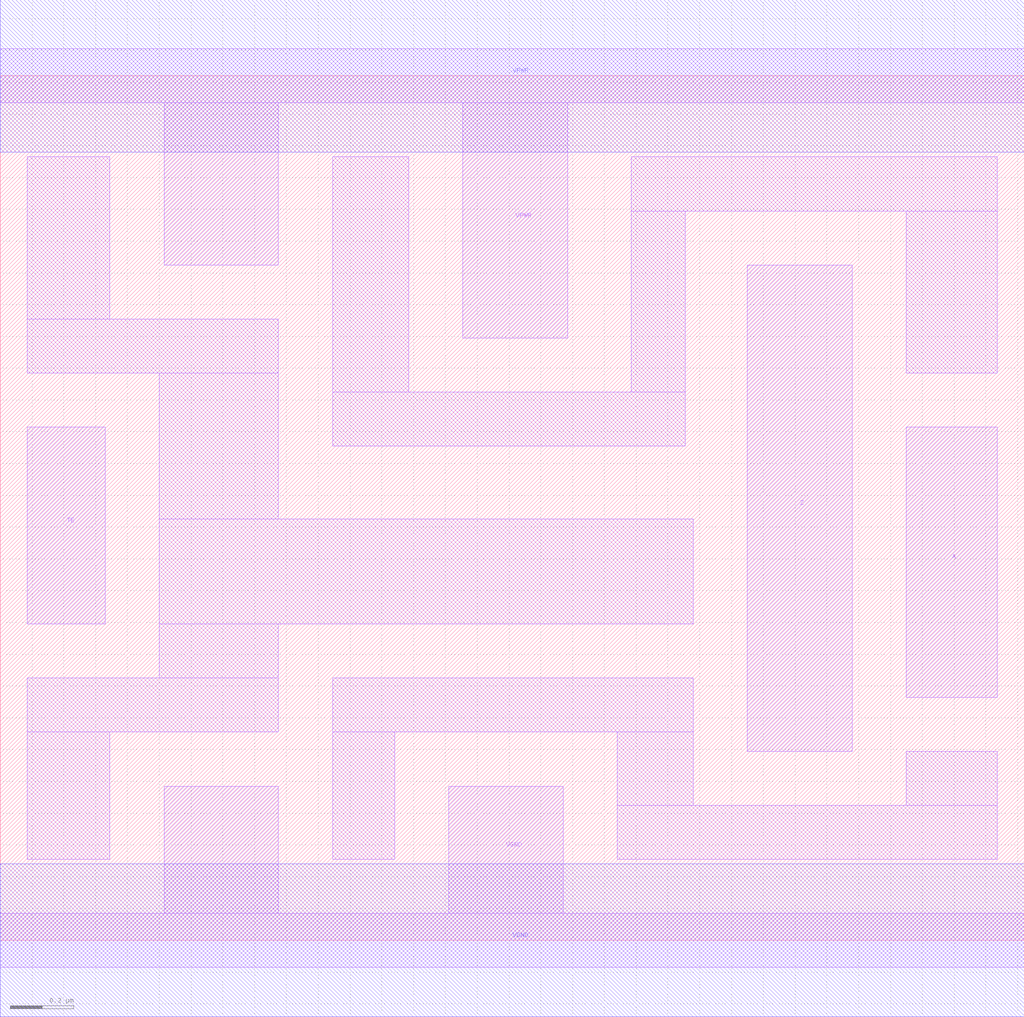
<source format=lef>
# Copyright 2020 The SkyWater PDK Authors
#
# Licensed under the Apache License, Version 2.0 (the "License");
# you may not use this file except in compliance with the License.
# You may obtain a copy of the License at
#
#     https://www.apache.org/licenses/LICENSE-2.0
#
# Unless required by applicable law or agreed to in writing, software
# distributed under the License is distributed on an "AS IS" BASIS,
# WITHOUT WARRANTIES OR CONDITIONS OF ANY KIND, either express or implied.
# See the License for the specific language governing permissions and
# limitations under the License.
#
# SPDX-License-Identifier: Apache-2.0

VERSION 5.5 ;
NAMESCASESENSITIVE ON ;
BUSBITCHARS "[]" ;
DIVIDERCHAR "/" ;
MACRO sky130_fd_sc_hd__einvp_2
  CLASS CORE ;
  SOURCE USER ;
  ORIGIN  0.000000  0.000000 ;
  SIZE  3.220000 BY  2.720000 ;
  SYMMETRY X Y R90 ;
  SITE unithd ;
  PIN A
    ANTENNAGATEAREA  0.495000 ;
    DIRECTION INPUT ;
    USE SIGNAL ;
    PORT
      LAYER li1 ;
        RECT 2.850000 0.765000 3.135000 1.615000 ;
    END
  END A
  PIN TE
    ANTENNAGATEAREA  0.354000 ;
    DIRECTION INPUT ;
    USE SIGNAL ;
    PORT
      LAYER li1 ;
        RECT 0.085000 0.995000 0.330000 1.615000 ;
    END
  END TE
  PIN Z
    ANTENNADIFFAREA  0.445500 ;
    DIRECTION OUTPUT ;
    USE SIGNAL ;
    PORT
      LAYER li1 ;
        RECT 2.350000 0.595000 2.680000 2.125000 ;
    END
  END Z
  PIN VGND
    DIRECTION INOUT ;
    SHAPE ABUTMENT ;
    USE GROUND ;
    PORT
      LAYER li1 ;
        RECT 0.000000 -0.085000 3.220000 0.085000 ;
        RECT 0.515000  0.085000 0.875000 0.485000 ;
        RECT 1.410000  0.085000 1.770000 0.485000 ;
    END
    PORT
      LAYER met1 ;
        RECT 0.000000 -0.240000 3.220000 0.240000 ;
    END
  END VGND
  PIN VPWR
    DIRECTION INOUT ;
    SHAPE ABUTMENT ;
    USE POWER ;
    PORT
      LAYER li1 ;
        RECT 0.000000 2.635000 3.220000 2.805000 ;
        RECT 0.515000 2.125000 0.875000 2.635000 ;
        RECT 1.455000 1.895000 1.785000 2.635000 ;
    END
    PORT
      LAYER met1 ;
        RECT 0.000000 2.480000 3.220000 2.960000 ;
    END
  END VPWR
  OBS
    LAYER li1 ;
      RECT 0.085000 0.255000 0.345000 0.655000 ;
      RECT 0.085000 0.655000 0.875000 0.825000 ;
      RECT 0.085000 1.785000 0.875000 1.955000 ;
      RECT 0.085000 1.955000 0.345000 2.465000 ;
      RECT 0.500000 0.825000 0.875000 0.995000 ;
      RECT 0.500000 0.995000 2.180000 1.325000 ;
      RECT 0.500000 1.325000 0.875000 1.785000 ;
      RECT 1.045000 0.255000 1.240000 0.655000 ;
      RECT 1.045000 0.655000 2.180000 0.825000 ;
      RECT 1.045000 1.555000 2.155000 1.725000 ;
      RECT 1.045000 1.725000 1.285000 2.465000 ;
      RECT 1.940000 0.255000 3.135000 0.425000 ;
      RECT 1.940000 0.425000 2.180000 0.655000 ;
      RECT 1.985000 1.725000 2.155000 2.295000 ;
      RECT 1.985000 2.295000 3.135000 2.465000 ;
      RECT 2.850000 0.425000 3.135000 0.595000 ;
      RECT 2.850000 1.785000 3.135000 2.295000 ;
  END
END sky130_fd_sc_hd__einvp_2
END LIBRARY

</source>
